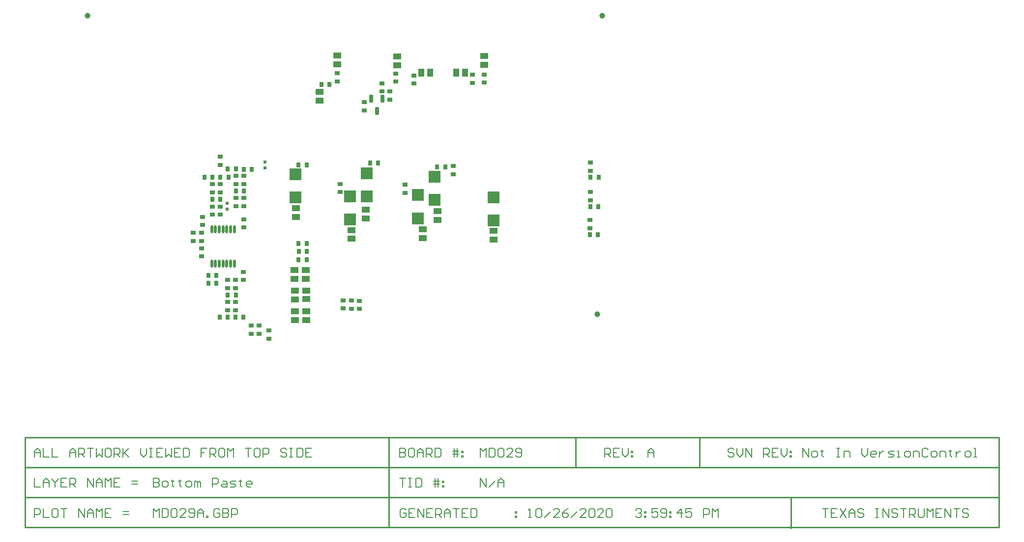
<source format=gbp>
G04*
G04 #@! TF.GenerationSoftware,Altium Limited,Altium Designer,18.1.9 (240)*
G04*
G04 Layer_Color=128*
%FSAX44Y44*%
%MOMM*%
G71*
G01*
G75*
%ADD15C,0.2032*%
%ADD16C,0.2540*%
%ADD30R,2.0000X2.0000*%
%ADD45R,0.8000X0.8500*%
%ADD46R,0.5000X0.6000*%
%ADD47R,1.4000X1.1000*%
%ADD48R,0.8500X0.8000*%
%ADD49C,1.0000*%
%ADD50R,1.1000X1.4000*%
%ADD109O,0.4500X1.4000*%
G04:AMPARAMS|DCode=110|XSize=1.3mm|YSize=0.6mm|CornerRadius=0.051mm|HoleSize=0mm|Usage=FLASHONLY|Rotation=270.000|XOffset=0mm|YOffset=0mm|HoleType=Round|Shape=RoundedRectangle|*
%AMROUNDEDRECTD110*
21,1,1.3000,0.4980,0,0,270.0*
21,1,1.1980,0.6000,0,0,270.0*
1,1,0.1020,-0.2490,-0.5990*
1,1,0.1020,-0.2490,0.5990*
1,1,0.1020,0.2490,0.5990*
1,1,0.1020,0.2490,-0.5990*
%
%ADD110ROUNDEDRECTD110*%
G54D15*
X00322326Y00186814D02*
Y00171579D01*
X00329944D01*
X00332483Y00174118D01*
Y00176657D01*
X00329944Y00179196D01*
X00322326D01*
X00329944D01*
X00332483Y00181735D01*
Y00184275D01*
X00329944Y00186814D01*
X00322326D01*
X00340100Y00171579D02*
X00345179D01*
X00347718Y00174118D01*
Y00179196D01*
X00345179Y00181735D01*
X00340100D01*
X00337561Y00179196D01*
Y00174118D01*
X00340100Y00171579D01*
X00355335Y00184275D02*
Y00181735D01*
X00352796D01*
X00357874D01*
X00355335D01*
Y00174118D01*
X00357874Y00171579D01*
X00368031Y00184275D02*
Y00181735D01*
X00365492D01*
X00370570D01*
X00368031D01*
Y00174118D01*
X00370570Y00171579D01*
X00380727D02*
X00385806D01*
X00388345Y00174118D01*
Y00179196D01*
X00385806Y00181735D01*
X00380727D01*
X00378188Y00179196D01*
Y00174118D01*
X00380727Y00171579D01*
X00393423D02*
Y00181735D01*
X00395962D01*
X00398501Y00179196D01*
Y00171579D01*
Y00179196D01*
X00401040Y00181735D01*
X00403580Y00179196D01*
Y00171579D01*
X00423893D02*
Y00186814D01*
X00431511D01*
X00434050Y00184275D01*
Y00179196D01*
X00431511Y00176657D01*
X00423893D01*
X00441667Y00181735D02*
X00446746D01*
X00449285Y00179196D01*
Y00171579D01*
X00441667D01*
X00439128Y00174118D01*
X00441667Y00176657D01*
X00449285D01*
X00454363Y00171579D02*
X00461981D01*
X00464520Y00174118D01*
X00461981Y00176657D01*
X00456903D01*
X00454363Y00179196D01*
X00456903Y00181735D01*
X00464520D01*
X00472137Y00184275D02*
Y00181735D01*
X00469598D01*
X00474677D01*
X00472137D01*
Y00174118D01*
X00474677Y00171579D01*
X00489912D02*
X00484833D01*
X00482294Y00174118D01*
Y00179196D01*
X00484833Y00181735D01*
X00489912D01*
X00492451Y00179196D01*
Y00176657D01*
X00482294D01*
X00885317Y00171450D02*
Y00186685D01*
X00895474Y00171450D01*
Y00186685D01*
X00900552Y00171450D02*
X00910709Y00181607D01*
X00915787Y00171450D02*
Y00181607D01*
X00920865Y00186685D01*
X00925944Y00181607D01*
Y00171450D01*
Y00179067D01*
X00915787D01*
X00746760Y00186685D02*
X00756917D01*
X00751838D01*
Y00171450D01*
X00761995Y00186685D02*
X00767073D01*
X00764534D01*
Y00171450D01*
X00761995D01*
X00767073D01*
X00774691Y00186685D02*
Y00171450D01*
X00782309D01*
X00784848Y00173989D01*
Y00184146D01*
X00782309Y00186685D01*
X00774691D01*
X00807700Y00171450D02*
Y00186685D01*
X00812779D02*
Y00171450D01*
X00805161Y00181607D02*
X00812779D01*
X00815318D01*
X00805161Y00176528D02*
X00815318D01*
X00820396Y00181607D02*
X00822935D01*
Y00179067D01*
X00820396D01*
Y00181607D01*
Y00173989D02*
X00822935D01*
Y00171450D01*
X00820396D01*
Y00173989D01*
X01474470Y00134530D02*
X01484627D01*
X01479548D01*
Y00119295D01*
X01499862Y00134530D02*
X01489705D01*
Y00119295D01*
X01499862D01*
X01489705Y00126912D02*
X01494783D01*
X01504940Y00134530D02*
X01515097Y00119295D01*
Y00134530D02*
X01504940Y00119295D01*
X01520175D02*
Y00129452D01*
X01525254Y00134530D01*
X01530332Y00129452D01*
Y00119295D01*
Y00126912D01*
X01520175D01*
X01545567Y00131991D02*
X01543028Y00134530D01*
X01537950D01*
X01535410Y00131991D01*
Y00129452D01*
X01537950Y00126912D01*
X01543028D01*
X01545567Y00124373D01*
Y00121834D01*
X01543028Y00119295D01*
X01537950D01*
X01535410Y00121834D01*
X01565880Y00134530D02*
X01570959D01*
X01568420D01*
Y00119295D01*
X01565880D01*
X01570959D01*
X01578576D02*
Y00134530D01*
X01588733Y00119295D01*
Y00134530D01*
X01603968Y00131991D02*
X01601429Y00134530D01*
X01596351D01*
X01593811Y00131991D01*
Y00129452D01*
X01596351Y00126912D01*
X01601429D01*
X01603968Y00124373D01*
Y00121834D01*
X01601429Y00119295D01*
X01596351D01*
X01593811Y00121834D01*
X01609046Y00134530D02*
X01619203D01*
X01614125D01*
Y00119295D01*
X01624281D02*
Y00134530D01*
X01631899D01*
X01634438Y00131991D01*
Y00126912D01*
X01631899Y00124373D01*
X01624281D01*
X01629360D02*
X01634438Y00119295D01*
X01639517Y00134530D02*
Y00121834D01*
X01642056Y00119295D01*
X01647134D01*
X01649673Y00121834D01*
Y00134530D01*
X01654752Y00119295D02*
Y00134530D01*
X01659830Y00129452D01*
X01664908Y00134530D01*
Y00119295D01*
X01680143Y00134530D02*
X01669987D01*
Y00119295D01*
X01680143D01*
X01669987Y00126912D02*
X01675065D01*
X01685222Y00119295D02*
Y00134530D01*
X01695379Y00119295D01*
Y00134530D01*
X01700457D02*
X01710614D01*
X01705535D01*
Y00119295D01*
X01725849Y00131991D02*
X01723309Y00134530D01*
X01718231D01*
X01715692Y00131991D01*
Y00129452D01*
X01718231Y00126912D01*
X01723309D01*
X01725849Y00124373D01*
Y00121834D01*
X01723309Y00119295D01*
X01718231D01*
X01715692Y00121834D01*
X01153287Y00131991D02*
X01155826Y00134530D01*
X01160904D01*
X01163444Y00131991D01*
Y00129452D01*
X01160904Y00126912D01*
X01158365D01*
X01160904D01*
X01163444Y00124373D01*
Y00121834D01*
X01160904Y00119295D01*
X01155826D01*
X01153287Y00121834D01*
X01168522Y00129452D02*
X01171061D01*
Y00126912D01*
X01168522D01*
Y00129452D01*
Y00121834D02*
X01171061D01*
Y00119295D01*
X01168522D01*
Y00121834D01*
X01191375Y00134530D02*
X01181218D01*
Y00126912D01*
X01186296Y00129452D01*
X01188836D01*
X01191375Y00126912D01*
Y00121834D01*
X01188836Y00119295D01*
X01183757D01*
X01181218Y00121834D01*
X01196453D02*
X01198992Y00119295D01*
X01204071D01*
X01206610Y00121834D01*
Y00131991D01*
X01204071Y00134530D01*
X01198992D01*
X01196453Y00131991D01*
Y00129452D01*
X01198992Y00126912D01*
X01206610D01*
X01211688Y00129452D02*
X01214227D01*
Y00126912D01*
X01211688D01*
Y00129452D01*
Y00121834D02*
X01214227D01*
Y00119295D01*
X01211688D01*
Y00121834D01*
X01232001Y00119295D02*
Y00134530D01*
X01224384Y00126912D01*
X01234541D01*
X01249776Y00134530D02*
X01239619D01*
Y00126912D01*
X01244697Y00129452D01*
X01247237D01*
X01249776Y00126912D01*
Y00121834D01*
X01247237Y00119295D01*
X01242158D01*
X01239619Y00121834D01*
X01270089Y00119295D02*
Y00134530D01*
X01277707D01*
X01280246Y00131991D01*
Y00126912D01*
X01277707Y00124373D01*
X01270089D01*
X01285324Y00119295D02*
Y00134530D01*
X01290403Y00129452D01*
X01295481Y00134530D01*
Y00119295D01*
X00117729D02*
Y00134530D01*
X00125346D01*
X00127886Y00131991D01*
Y00126912D01*
X00125346Y00124373D01*
X00117729D01*
X00132964Y00134530D02*
Y00119295D01*
X00143121D01*
X00155817Y00134530D02*
X00150738D01*
X00148199Y00131991D01*
Y00121834D01*
X00150738Y00119295D01*
X00155817D01*
X00158356Y00121834D01*
Y00131991D01*
X00155817Y00134530D01*
X00163434D02*
X00173591D01*
X00168513D01*
Y00119295D01*
X00193904D02*
Y00134530D01*
X00204061Y00119295D01*
Y00134530D01*
X00209139Y00119295D02*
Y00129452D01*
X00214218Y00134530D01*
X00219296Y00129452D01*
Y00119295D01*
Y00126912D01*
X00209139D01*
X00224375Y00119295D02*
Y00134530D01*
X00229453Y00129452D01*
X00234531Y00134530D01*
Y00119295D01*
X00249766Y00134530D02*
X00239610D01*
Y00119295D01*
X00249766D01*
X00239610Y00126912D02*
X00244688D01*
X00270080Y00124373D02*
X00280236D01*
X00270080Y00129452D02*
X00280236D01*
X00117729Y00186814D02*
Y00171579D01*
X00127886D01*
X00132964D02*
Y00181735D01*
X00138042Y00186814D01*
X00143121Y00181735D01*
Y00171579D01*
Y00179196D01*
X00132964D01*
X00148199Y00186814D02*
Y00184275D01*
X00153278Y00179196D01*
X00158356Y00184275D01*
Y00186814D01*
X00153278Y00179196D02*
Y00171579D01*
X00173591Y00186814D02*
X00163434D01*
Y00171579D01*
X00173591D01*
X00163434Y00179196D02*
X00168513D01*
X00178669Y00171579D02*
Y00186814D01*
X00186287D01*
X00188826Y00184275D01*
Y00179196D01*
X00186287Y00176657D01*
X00178669D01*
X00183748D02*
X00188826Y00171579D01*
X00209139D02*
Y00186814D01*
X00219296Y00171579D01*
Y00186814D01*
X00224375Y00171579D02*
Y00181735D01*
X00229453Y00186814D01*
X00234531Y00181735D01*
Y00171579D01*
Y00179196D01*
X00224375D01*
X00239610Y00171579D02*
Y00186814D01*
X00244688Y00181735D01*
X00249766Y00186814D01*
Y00171579D01*
X00265001Y00186814D02*
X00254845D01*
Y00171579D01*
X00265001D01*
X00254845Y00179196D02*
X00259923D01*
X00285315Y00176657D02*
X00295471D01*
X00285315Y00181735D02*
X00295471D01*
X00746760Y00238332D02*
Y00223097D01*
X00754378D01*
X00756917Y00225636D01*
Y00228175D01*
X00754378Y00230714D01*
X00746760D01*
X00754378D01*
X00756917Y00233253D01*
Y00235793D01*
X00754378Y00238332D01*
X00746760D01*
X00769613D02*
X00764534D01*
X00761995Y00235793D01*
Y00225636D01*
X00764534Y00223097D01*
X00769613D01*
X00772152Y00225636D01*
Y00235793D01*
X00769613Y00238332D01*
X00777230Y00223097D02*
Y00233253D01*
X00782309Y00238332D01*
X00787387Y00233253D01*
Y00223097D01*
Y00230714D01*
X00777230D01*
X00792465Y00223097D02*
Y00238332D01*
X00800083D01*
X00802622Y00235793D01*
Y00230714D01*
X00800083Y00228175D01*
X00792465D01*
X00797544D02*
X00802622Y00223097D01*
X00807700Y00238332D02*
Y00223097D01*
X00815318D01*
X00817857Y00225636D01*
Y00235793D01*
X00815318Y00238332D01*
X00807700D01*
X00840710Y00223097D02*
Y00238332D01*
X00845788D02*
Y00223097D01*
X00838170Y00233253D02*
X00845788D01*
X00848327D01*
X00838170Y00228175D02*
X00848327D01*
X00853406Y00233253D02*
X00855945D01*
Y00230714D01*
X00853406D01*
Y00233253D01*
Y00225636D02*
X00855945D01*
Y00223097D01*
X00853406D01*
Y00225636D01*
X00885317Y00223097D02*
Y00238332D01*
X00890395Y00233253D01*
X00895474Y00238332D01*
Y00223097D01*
X00900552Y00238332D02*
Y00223097D01*
X00908170D01*
X00910709Y00225636D01*
Y00235793D01*
X00908170Y00238332D01*
X00900552D01*
X00915787Y00235793D02*
X00918326Y00238332D01*
X00923405D01*
X00925944Y00235793D01*
Y00225636D01*
X00923405Y00223097D01*
X00918326D01*
X00915787Y00225636D01*
Y00235793D01*
X00941179Y00223097D02*
X00931022D01*
X00941179Y00233253D01*
Y00235793D01*
X00938640Y00238332D01*
X00933561D01*
X00931022Y00235793D01*
X00946257Y00225636D02*
X00948796Y00223097D01*
X00953875D01*
X00956414Y00225636D01*
Y00235793D01*
X00953875Y00238332D01*
X00948796D01*
X00946257Y00235793D01*
Y00233253D01*
X00948796Y00230714D01*
X00956414D01*
X01173861Y00223097D02*
Y00233253D01*
X01178939Y00238332D01*
X01184018Y00233253D01*
Y00223097D01*
Y00230714D01*
X01173861D01*
X00117729Y00223097D02*
Y00233253D01*
X00122807Y00238332D01*
X00127886Y00233253D01*
Y00223097D01*
Y00230714D01*
X00117729D01*
X00132964Y00238332D02*
Y00223097D01*
X00143121D01*
X00148199Y00238332D02*
Y00223097D01*
X00158356D01*
X00178669D02*
Y00233253D01*
X00183748Y00238332D01*
X00188826Y00233253D01*
Y00223097D01*
Y00230714D01*
X00178669D01*
X00193904Y00223097D02*
Y00238332D01*
X00201522D01*
X00204061Y00235793D01*
Y00230714D01*
X00201522Y00228175D01*
X00193904D01*
X00198983D02*
X00204061Y00223097D01*
X00209139Y00238332D02*
X00219296D01*
X00214218D01*
Y00223097D01*
X00224375Y00238332D02*
Y00223097D01*
X00229453Y00228175D01*
X00234531Y00223097D01*
Y00238332D01*
X00247227D02*
X00242149D01*
X00239610Y00235793D01*
Y00225636D01*
X00242149Y00223097D01*
X00247227D01*
X00249766Y00225636D01*
Y00235793D01*
X00247227Y00238332D01*
X00254845Y00223097D02*
Y00238332D01*
X00262462D01*
X00265001Y00235793D01*
Y00230714D01*
X00262462Y00228175D01*
X00254845D01*
X00259923D02*
X00265001Y00223097D01*
X00270080Y00238332D02*
Y00223097D01*
Y00228175D01*
X00280236Y00238332D01*
X00272619Y00230714D01*
X00280236Y00223097D01*
X00300550Y00238332D02*
Y00228175D01*
X00305628Y00223097D01*
X00310707Y00228175D01*
Y00238332D01*
X00315785D02*
X00320863D01*
X00318324D01*
Y00223097D01*
X00315785D01*
X00320863D01*
X00338638Y00238332D02*
X00328481D01*
Y00223097D01*
X00338638D01*
X00328481Y00230714D02*
X00333559D01*
X00343716Y00238332D02*
Y00223097D01*
X00348794Y00228175D01*
X00353873Y00223097D01*
Y00238332D01*
X00369108D02*
X00358951D01*
Y00223097D01*
X00369108D01*
X00358951Y00230714D02*
X00364029D01*
X00374186Y00238332D02*
Y00223097D01*
X00381804D01*
X00384343Y00225636D01*
Y00235793D01*
X00381804Y00238332D01*
X00374186D01*
X00414813D02*
X00404656D01*
Y00230714D01*
X00409734D01*
X00404656D01*
Y00223097D01*
X00419891D02*
Y00238332D01*
X00427509D01*
X00430048Y00235793D01*
Y00230714D01*
X00427509Y00228175D01*
X00419891D01*
X00424970D02*
X00430048Y00223097D01*
X00442744Y00238332D02*
X00437665D01*
X00435126Y00235793D01*
Y00225636D01*
X00437665Y00223097D01*
X00442744D01*
X00445283Y00225636D01*
Y00235793D01*
X00442744Y00238332D01*
X00450361Y00223097D02*
Y00238332D01*
X00455440Y00233253D01*
X00460518Y00238332D01*
Y00223097D01*
X00480832Y00238332D02*
X00490988D01*
X00485910D01*
Y00223097D01*
X00503684Y00238332D02*
X00498606D01*
X00496067Y00235793D01*
Y00225636D01*
X00498606Y00223097D01*
X00503684D01*
X00506223Y00225636D01*
Y00235793D01*
X00503684Y00238332D01*
X00511302Y00223097D02*
Y00238332D01*
X00518919D01*
X00521458Y00235793D01*
Y00230714D01*
X00518919Y00228175D01*
X00511302D01*
X00551929Y00235793D02*
X00549389Y00238332D01*
X00544311D01*
X00541772Y00235793D01*
Y00233253D01*
X00544311Y00230714D01*
X00549389D01*
X00551929Y00228175D01*
Y00225636D01*
X00549389Y00223097D01*
X00544311D01*
X00541772Y00225636D01*
X00557007Y00238332D02*
X00562085D01*
X00559546D01*
Y00223097D01*
X00557007D01*
X00562085D01*
X00569703Y00238332D02*
Y00223097D01*
X00577320D01*
X00579860Y00225636D01*
Y00235793D01*
X00577320Y00238332D01*
X00569703D01*
X00595095D02*
X00584938D01*
Y00223097D01*
X00595095D01*
X00584938Y00230714D02*
X00590016D01*
X00757425Y00131991D02*
X00754885Y00134530D01*
X00749807D01*
X00747268Y00131991D01*
Y00121834D01*
X00749807Y00119295D01*
X00754885D01*
X00757425Y00121834D01*
Y00126912D01*
X00752346D01*
X00772660Y00134530D02*
X00762503D01*
Y00119295D01*
X00772660D01*
X00762503Y00126912D02*
X00767581D01*
X00777738Y00119295D02*
Y00134530D01*
X00787895Y00119295D01*
Y00134530D01*
X00803130D02*
X00792973D01*
Y00119295D01*
X00803130D01*
X00792973Y00126912D02*
X00798052D01*
X00808208Y00119295D02*
Y00134530D01*
X00815826D01*
X00818365Y00131991D01*
Y00126912D01*
X00815826Y00124373D01*
X00808208D01*
X00813287D02*
X00818365Y00119295D01*
X00823443D02*
Y00129452D01*
X00828522Y00134530D01*
X00833600Y00129452D01*
Y00119295D01*
Y00126912D01*
X00823443D01*
X00838678Y00134530D02*
X00848835D01*
X00843757D01*
Y00119295D01*
X00864070Y00134530D02*
X00853913D01*
Y00119295D01*
X00864070D01*
X00853913Y00126912D02*
X00858992D01*
X00869149Y00134530D02*
Y00119295D01*
X00876766D01*
X00879305Y00121834D01*
Y00131991D01*
X00876766Y00134530D01*
X00869149D01*
X00945324Y00129452D02*
X00947863D01*
Y00126912D01*
X00945324D01*
Y00129452D01*
Y00121834D02*
X00947863D01*
Y00119295D01*
X00945324D01*
Y00121834D01*
X00968121Y00119295D02*
X00973199D01*
X00970660D01*
Y00134530D01*
X00968121Y00131991D01*
X00980817D02*
X00983356Y00134530D01*
X00988434D01*
X00990974Y00131991D01*
Y00121834D01*
X00988434Y00119295D01*
X00983356D01*
X00980817Y00121834D01*
Y00131991D01*
X00996052Y00119295D02*
X01006209Y00129452D01*
X01021444Y00119295D02*
X01011287D01*
X01021444Y00129452D01*
Y00131991D01*
X01018905Y00134530D01*
X01013826D01*
X01011287Y00131991D01*
X01036679Y00134530D02*
X01031600Y00131991D01*
X01026522Y00126912D01*
Y00121834D01*
X01029061Y00119295D01*
X01034140D01*
X01036679Y00121834D01*
Y00124373D01*
X01034140Y00126912D01*
X01026522D01*
X01041757Y00119295D02*
X01051914Y00129452D01*
X01067149Y00119295D02*
X01056992D01*
X01067149Y00129452D01*
Y00131991D01*
X01064610Y00134530D01*
X01059531D01*
X01056992Y00131991D01*
X01072227D02*
X01074766Y00134530D01*
X01079845D01*
X01082384Y00131991D01*
Y00121834D01*
X01079845Y00119295D01*
X01074766D01*
X01072227Y00121834D01*
Y00131991D01*
X01097619Y00119295D02*
X01087462D01*
X01097619Y00129452D01*
Y00131991D01*
X01095080Y00134530D01*
X01090002D01*
X01087462Y00131991D01*
X01102698D02*
X01105237Y00134530D01*
X01110315D01*
X01112854Y00131991D01*
Y00121834D01*
X01110315Y00119295D01*
X01105237D01*
X01102698Y00121834D01*
Y00131991D01*
X00322326Y00119295D02*
Y00134530D01*
X00327404Y00129452D01*
X00332483Y00134530D01*
Y00119295D01*
X00337561Y00134530D02*
Y00119295D01*
X00345179D01*
X00347718Y00121834D01*
Y00131991D01*
X00345179Y00134530D01*
X00337561D01*
X00352796Y00131991D02*
X00355335Y00134530D01*
X00360414D01*
X00362953Y00131991D01*
Y00121834D01*
X00360414Y00119295D01*
X00355335D01*
X00352796Y00121834D01*
Y00131991D01*
X00378188Y00119295D02*
X00368031D01*
X00378188Y00129452D01*
Y00131991D01*
X00375649Y00134530D01*
X00370570D01*
X00368031Y00131991D01*
X00383266Y00121834D02*
X00385806Y00119295D01*
X00390884D01*
X00393423Y00121834D01*
Y00131991D01*
X00390884Y00134530D01*
X00385806D01*
X00383266Y00131991D01*
Y00129452D01*
X00385806Y00126912D01*
X00393423D01*
X00398501Y00119295D02*
Y00129452D01*
X00403580Y00134530D01*
X00408658Y00129452D01*
Y00119295D01*
Y00126912D01*
X00398501D01*
X00413736Y00119295D02*
Y00121834D01*
X00416276D01*
Y00119295D01*
X00413736D01*
X00436589Y00131991D02*
X00434050Y00134530D01*
X00428971D01*
X00426432Y00131991D01*
Y00121834D01*
X00428971Y00119295D01*
X00434050D01*
X00436589Y00121834D01*
Y00126912D01*
X00431511D01*
X00441667Y00134530D02*
Y00119295D01*
X00449285D01*
X00451824Y00121834D01*
Y00124373D01*
X00449285Y00126912D01*
X00441667D01*
X00449285D01*
X00451824Y00129452D01*
Y00131991D01*
X00449285Y00134530D01*
X00441667D01*
X00456903Y00119295D02*
Y00134530D01*
X00464520D01*
X00467059Y00131991D01*
Y00126912D01*
X00464520Y00124373D01*
X00456903D01*
X01099820Y00223097D02*
Y00238332D01*
X01107438D01*
X01109977Y00235793D01*
Y00230714D01*
X01107438Y00228175D01*
X01099820D01*
X01104898D02*
X01109977Y00223097D01*
X01125212Y00238332D02*
X01115055D01*
Y00223097D01*
X01125212D01*
X01115055Y00230714D02*
X01120133D01*
X01130290Y00238332D02*
Y00228175D01*
X01135368Y00223097D01*
X01140447Y00228175D01*
Y00238332D01*
X01145525Y00233253D02*
X01148064D01*
Y00230714D01*
X01145525D01*
Y00233253D01*
Y00225636D02*
X01148064D01*
Y00223097D01*
X01145525D01*
Y00225636D01*
X01322829Y00235793D02*
X01320289Y00238332D01*
X01315211D01*
X01312672Y00235793D01*
Y00233253D01*
X01315211Y00230714D01*
X01320289D01*
X01322829Y00228175D01*
Y00225636D01*
X01320289Y00223097D01*
X01315211D01*
X01312672Y00225636D01*
X01327907Y00238332D02*
Y00228175D01*
X01332985Y00223097D01*
X01338064Y00228175D01*
Y00238332D01*
X01343142Y00223097D02*
Y00238332D01*
X01353299Y00223097D01*
Y00238332D01*
X01373612Y00223097D02*
Y00238332D01*
X01381230D01*
X01383769Y00235793D01*
Y00230714D01*
X01381230Y00228175D01*
X01373612D01*
X01378691D02*
X01383769Y00223097D01*
X01399004Y00238332D02*
X01388847D01*
Y00223097D01*
X01399004D01*
X01388847Y00230714D02*
X01393926D01*
X01404082Y00238332D02*
Y00228175D01*
X01409161Y00223097D01*
X01414239Y00228175D01*
Y00238332D01*
X01419317Y00233253D02*
X01421857D01*
Y00230714D01*
X01419317D01*
Y00233253D01*
Y00225636D02*
X01421857D01*
Y00223097D01*
X01419317D01*
Y00225636D01*
X01441196Y00223097D02*
Y00238332D01*
X01451353Y00223097D01*
Y00238332D01*
X01458970Y00223097D02*
X01464049D01*
X01466588Y00225636D01*
Y00230714D01*
X01464049Y00233253D01*
X01458970D01*
X01456431Y00230714D01*
Y00225636D01*
X01458970Y00223097D01*
X01474205Y00235793D02*
Y00233253D01*
X01471666D01*
X01476745D01*
X01474205D01*
Y00225636D01*
X01476745Y00223097D01*
X01499597Y00238332D02*
X01504675D01*
X01502136D01*
Y00223097D01*
X01499597D01*
X01504675D01*
X01512293D02*
Y00233253D01*
X01519910D01*
X01522450Y00230714D01*
Y00223097D01*
X01542763Y00238332D02*
Y00228175D01*
X01547841Y00223097D01*
X01552920Y00228175D01*
Y00238332D01*
X01565616Y00223097D02*
X01560537D01*
X01557998Y00225636D01*
Y00230714D01*
X01560537Y00233253D01*
X01565616D01*
X01568155Y00230714D01*
Y00228175D01*
X01557998D01*
X01573233Y00233253D02*
Y00223097D01*
Y00228175D01*
X01575773Y00230714D01*
X01578312Y00233253D01*
X01580851D01*
X01588468Y00223097D02*
X01596086D01*
X01598625Y00225636D01*
X01596086Y00228175D01*
X01591008D01*
X01588468Y00230714D01*
X01591008Y00233253D01*
X01598625D01*
X01603703Y00223097D02*
X01608782D01*
X01606243D01*
Y00233253D01*
X01603703D01*
X01618938Y00223097D02*
X01624017D01*
X01626556Y00225636D01*
Y00230714D01*
X01624017Y00233253D01*
X01618938D01*
X01616399Y00230714D01*
Y00225636D01*
X01618938Y00223097D01*
X01631634D02*
Y00233253D01*
X01639252D01*
X01641791Y00230714D01*
Y00223097D01*
X01657026Y00235793D02*
X01654487Y00238332D01*
X01649409D01*
X01646870Y00235793D01*
Y00225636D01*
X01649409Y00223097D01*
X01654487D01*
X01657026Y00225636D01*
X01664644Y00223097D02*
X01669722D01*
X01672261Y00225636D01*
Y00230714D01*
X01669722Y00233253D01*
X01664644D01*
X01662104Y00230714D01*
Y00225636D01*
X01664644Y00223097D01*
X01677340D02*
Y00233253D01*
X01684957D01*
X01687496Y00230714D01*
Y00223097D01*
X01695114Y00235793D02*
Y00233253D01*
X01692575D01*
X01697653D01*
X01695114D01*
Y00225636D01*
X01697653Y00223097D01*
X01705271Y00233253D02*
Y00223097D01*
Y00228175D01*
X01707810Y00230714D01*
X01710349Y00233253D01*
X01712888D01*
X01723045Y00223097D02*
X01728123D01*
X01730662Y00225636D01*
Y00230714D01*
X01728123Y00233253D01*
X01723045D01*
X01720506Y00230714D01*
Y00225636D01*
X01723045Y00223097D01*
X01735741D02*
X01740819D01*
X01738280D01*
Y00238332D01*
X01735741D01*
G54D16*
X01420876Y00100076D02*
Y00151596D01*
X01118870Y00101727D02*
X01778508D01*
Y00256667D01*
X00727710Y00101727D02*
Y00256667D01*
X00101600Y00101727D02*
Y00256667D01*
X00101727Y00101727D02*
X00501904D01*
X00101727D02*
Y00256667D01*
X01778508D01*
X00101600Y00101727D02*
X01118870D01*
X00101600Y00153374D02*
X01778000D01*
X00101600Y00205020D02*
X01778508D01*
X01049528D02*
Y00256667D01*
X01262888Y00205020D02*
Y00256667D01*
G54D30*
X00567069Y00670626D02*
D03*
Y00710626D02*
D03*
X00690118Y00672546D02*
D03*
Y00712546D02*
D03*
X00660908Y00632526D02*
D03*
Y00672526D02*
D03*
X00777748Y00634896D02*
D03*
Y00674896D02*
D03*
X00806958Y00666816D02*
D03*
Y00706816D02*
D03*
X00908558Y00631256D02*
D03*
Y00671256D02*
D03*
G54D45*
X00586958Y00577456D02*
D03*
X00572958D02*
D03*
X00625998Y00865801D02*
D03*
X00611998D02*
D03*
X00410382Y00705726D02*
D03*
X00424383D02*
D03*
X00423921Y00667626D02*
D03*
X00437921D02*
D03*
X00438005Y00705726D02*
D03*
X00452005D02*
D03*
X00491893Y00719376D02*
D03*
X00477893D02*
D03*
X00478675Y00681926D02*
D03*
X00464675D02*
D03*
X00464705Y00719976D02*
D03*
X00450705D02*
D03*
X00477747Y00464426D02*
D03*
X00463747D02*
D03*
X00464451Y00502526D02*
D03*
X00450451D02*
D03*
X00450747Y00464426D02*
D03*
X00436747D02*
D03*
X01089592Y00705866D02*
D03*
X01075592D02*
D03*
X01088972Y00654612D02*
D03*
X01074972D02*
D03*
X01088278Y00606486D02*
D03*
X01074278D02*
D03*
X00572628Y00591566D02*
D03*
X00586628D02*
D03*
X00586628Y00563626D02*
D03*
X00572628D02*
D03*
X00431190Y00535866D02*
D03*
X00417190D02*
D03*
X00417190Y00522516D02*
D03*
X00431190D02*
D03*
X00825225Y00723646D02*
D03*
X00811225D02*
D03*
X00709818Y00729826D02*
D03*
X00695818D02*
D03*
X00586628Y00726917D02*
D03*
X00572628D02*
D03*
G54D46*
X00449235Y00660876D02*
D03*
Y00650876D02*
D03*
X00514367Y00722115D02*
D03*
Y00732115D02*
D03*
G54D47*
X00585978Y00474606D02*
D03*
Y00459606D02*
D03*
X00568198Y00637406D02*
D03*
Y00652406D02*
D03*
X00688572Y00634866D02*
D03*
Y00649866D02*
D03*
X00639318Y00915296D02*
D03*
Y00900296D02*
D03*
X00742188Y00913951D02*
D03*
Y00898951D02*
D03*
X00663448Y00599504D02*
D03*
Y00614504D02*
D03*
X00786241Y00600576D02*
D03*
Y00615576D02*
D03*
X00608337Y00853066D02*
D03*
Y00838066D02*
D03*
X00812038Y00632326D02*
D03*
Y00647326D02*
D03*
X00892422Y00914656D02*
D03*
Y00899656D02*
D03*
X00908558Y00598036D02*
D03*
Y00613036D02*
D03*
X00565658Y00545726D02*
D03*
Y00530726D02*
D03*
X00566308Y00510026D02*
D03*
Y00495026D02*
D03*
X00566722Y00474606D02*
D03*
Y00459606D02*
D03*
X00584708Y00545726D02*
D03*
Y00530726D02*
D03*
X00585978Y00510335D02*
D03*
Y00495335D02*
D03*
G54D48*
X01075592Y00716646D02*
D03*
Y00730646D02*
D03*
X01074997Y00665846D02*
D03*
Y00679846D02*
D03*
X01074278Y00617586D02*
D03*
Y00631586D02*
D03*
X00639318Y00885139D02*
D03*
Y00871139D02*
D03*
X00740044Y00884465D02*
D03*
Y00870465D02*
D03*
X00771398Y00866960D02*
D03*
Y00880959D02*
D03*
X00892048Y00882703D02*
D03*
Y00868703D02*
D03*
X00871728Y00868599D02*
D03*
Y00882599D02*
D03*
X00685589Y00834786D02*
D03*
Y00820786D02*
D03*
X00730022Y00853816D02*
D03*
Y00839816D02*
D03*
X00490822Y00449626D02*
D03*
Y00435626D02*
D03*
X00677300Y00478394D02*
D03*
Y00492394D02*
D03*
X00663719Y00479036D02*
D03*
Y00493036D02*
D03*
X00648970Y00479167D02*
D03*
Y00493167D02*
D03*
X00644398Y00679816D02*
D03*
Y00693816D02*
D03*
X00756088Y00678546D02*
D03*
Y00692546D02*
D03*
X00839036Y00711016D02*
D03*
Y00725016D02*
D03*
X00716522Y00867551D02*
D03*
Y00853551D02*
D03*
X00437921Y00741115D02*
D03*
Y00727115D02*
D03*
X00406883Y00637183D02*
D03*
Y00623183D02*
D03*
X00423759Y00693676D02*
D03*
Y00679676D02*
D03*
X00423921Y00655186D02*
D03*
Y00641186D02*
D03*
X00437692Y00693676D02*
D03*
Y00679676D02*
D03*
X00437465Y00655186D02*
D03*
Y00641186D02*
D03*
X00405521Y00609856D02*
D03*
Y00595856D02*
D03*
X00477911Y00633010D02*
D03*
Y00619010D02*
D03*
X00477923Y00707976D02*
D03*
Y00693976D02*
D03*
X00478391Y00669876D02*
D03*
Y00655876D02*
D03*
X00464573Y00707976D02*
D03*
Y00693976D02*
D03*
X00464892Y00669876D02*
D03*
Y00655876D02*
D03*
X00391351Y00609856D02*
D03*
Y00595856D02*
D03*
X00521208Y00441086D02*
D03*
Y00427086D02*
D03*
X00477581Y00528546D02*
D03*
Y00542546D02*
D03*
X00504698Y00449626D02*
D03*
Y00435626D02*
D03*
X00463789Y00476476D02*
D03*
Y00490476D02*
D03*
X00464142Y00514576D02*
D03*
Y00528576D02*
D03*
X00450427Y00476476D02*
D03*
Y00490476D02*
D03*
X00450451Y00514576D02*
D03*
Y00528576D02*
D03*
X00405521Y00583186D02*
D03*
Y00569186D02*
D03*
G54D49*
X01087385Y00469646D02*
D03*
X01095248Y00983869D02*
D03*
X00208788D02*
D03*
G54D50*
X00784202Y00886206D02*
D03*
X00799202D02*
D03*
X00858908Y00885912D02*
D03*
X00843908D02*
D03*
G54D109*
X00422965Y00615846D02*
D03*
X00429465D02*
D03*
X00435965D02*
D03*
X00442465D02*
D03*
X00448965D02*
D03*
X00455465D02*
D03*
X00461965D02*
D03*
X00422965Y00556846D02*
D03*
X00429465D02*
D03*
X00435965D02*
D03*
X00442465D02*
D03*
X00448965D02*
D03*
X00455465D02*
D03*
X00461965D02*
D03*
G54D110*
X00697990Y00840826D02*
D03*
X00716990D02*
D03*
X00707489Y00819826D02*
D03*
M02*

</source>
